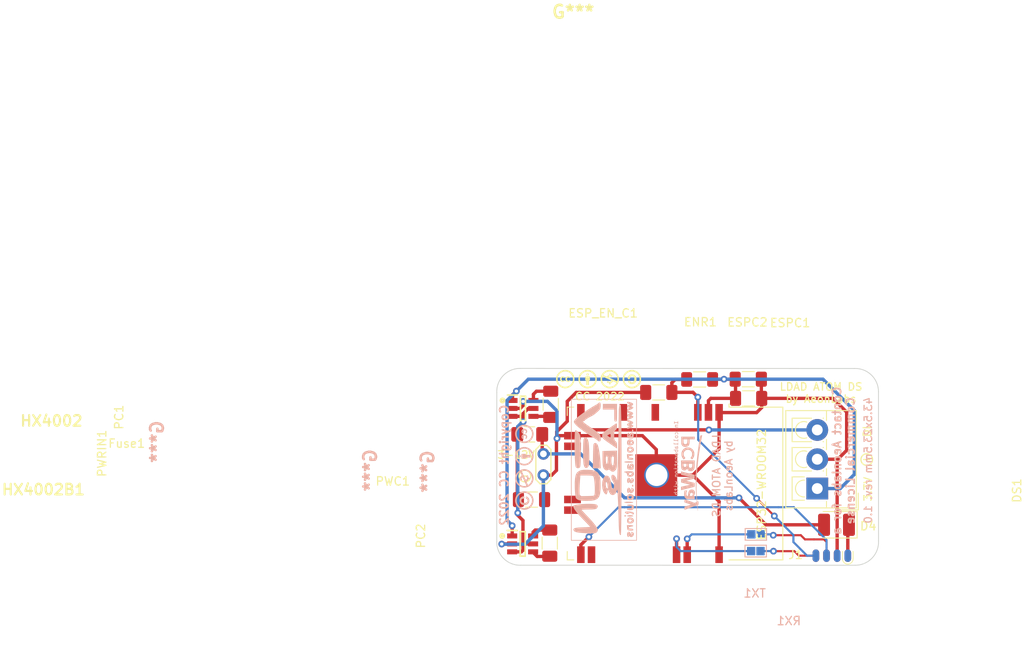
<source format=kicad_pcb>
(kicad_pcb (version 20211014) (generator pcbnew)
  (layers (0 "F.Cu" signal) (31 "B.Cu" signal) (34 "B.Paste" user) (35 "F.Paste" user) (36 "B.SilkS" user "B.Silkscreen") (37 "F.SilkS" user "F.Silkscreen") (38 "B.Mask" user) (39 "F.Mask" user) (44 "Edge.Cuts" user))
  (net 0 "")
  (net 1 "/3V3")
  (net 2 "/GND")
  (net 3 "Net-(DS1-Pad3)")
  (net 8 "/RST_EN_RTS")
  (net 25 "/IO0_BOOT_DTR")
  (net 32 "/IO03RX")
  (net 33 "/IO01TX")
  (net 36 "/5V0")
  (net 37 "/5V0F")
  (net 38 "Net-(HX4002-Pad4)")
  (net 39 "Net-(HX4002-Pad6)")
  (net 40 "Net-(HX4002B1-Pad4)")
  (net 41 "Net-(HX4002B1-Pad6)")
  (net 42 "/RX_IN")
  (net 43 "/TX_IN")
  (net 47 "Net-(J1-Pad1)")
  (footprint "Fuse:Fuse_1206_3216Metric_Pad1.42x1.75mm_HandSolder" (layer "F.Cu") (at 113.14 73.83)
    (fp_text reference "Fuse1" (at -48.1375 1.09) (layer "F.SilkS"))
    (fp_text value "Polyfuse")
    (pad "1" smd roundrect locked (at -1.4875 0) (size 1.425 1.75) (layers "F.Cu" "F.Paste" "F.Mask") (roundrect_rratio 0.175439) (net 36 "/5V0"))
    (pad "2" smd roundrect locked (at 1.4875 0) (size 1.425 1.75) (layers "F.Cu" "F.Paste" "F.Mask") (roundrect_rratio 0.175439) (net 37 "/5V0F"))
  )
  (footprint "Capacitor_SMD:C_1206_3216Metric_Pad1.33x1.80mm_HandSolder" (layer "F.Cu") (at 139.28 69.53)
    (fp_text reference "ESPC1" (at 4.96 -9.01) (layer "F.SilkS"))
    (fp_text value "0.1uF")
    (pad "1" smd roundrect locked (at -1.5625 0) (size 1.325 1.8) (layers "F.Cu" "F.Paste" "F.Mask") (roundrect_rratio 0.188679) (net 1 "/3V3"))
    (pad "2" smd roundrect locked (at 1.5625 0) (size 1.325 1.8) (layers "F.Cu" "F.Paste" "F.Mask") (roundrect_rratio 0.188679) (net 2 "/GND"))
  )
  (footprint "Capacitor_SMD:C_1206_3216Metric_Pad1.33x1.80mm_HandSolder" (layer "F.Cu") (at 115.6475 70.24 -90)
    (fp_text reference "PC1" (at 1.54 51.5575 90) (layer "F.SilkS"))
    (fp_text value "0.1pF")
    (pad "1" smd roundrect locked (at -1.5625 0 270) (size 1.325 1.8) (layers "F.Cu" "F.Paste" "F.Mask") (roundrect_rratio 0.188679) (net 39 "Net-(HX4002-Pad6)"))
    (pad "2" smd roundrect locked (at 1.5625 0 270) (size 1.325 1.8) (layers "F.Cu" "F.Paste" "F.Mask") (roundrect_rratio 0.188679) (net 38 "Net-(HX4002-Pad4)"))
  )
  (footprint "RF_Module:ESP32-WROOM-32" (layer "F.Cu") (at 127.5 79.7 -90)
    (fp_text reference "ESP32-WROOM32" (at 0.12 -13.34 -90) (layer "F.SilkS"))
    (fp_text value "ESP32-WROOM-32")
    (pad "1" smd rect locked (at -8.5 -8.255 270) (size 2 0.9) (layers "F.Cu" "F.Paste" "F.Mask") (net 2 "/GND"))
    (pad "2" smd rect locked (at -8.5 -6.985 270) (size 2 0.9) (layers "F.Cu" "F.Paste" "F.Mask") (net 1 "/3V3"))
    (pad "3" smd rect locked (at -8.5 -5.715 270) (size 2 0.9) (layers "F.Cu" "F.Paste" "F.Mask") (net 8 "/RST_EN_RTS"))
    (pad "4" smd rect locked (at -8.5 -4.445 270) (size 0 0) (layers "F.Cu" "F.Paste" "F.Mask"))
    (pad "5" smd rect locked (at -8.5 -3.175 270) (size 0 0) (layers "F.Cu" "F.Paste" "F.Mask"))
    (pad "6" smd rect locked (at -8.5 -1.905 270) (size 0 0) (layers "F.Cu" "F.Paste" "F.Mask"))
    (pad "7" smd rect locked (at -8.5 -0.635 270) (size 2 0.9) (layers "F.Cu" "F.Paste" "F.Mask"))
    (pad "8" smd rect locked (at -8.5 0.635 270) (size 0 0) (layers "F.Cu" "F.Paste" "F.Mask"))
    (pad "9" smd rect locked (at -8.5 1.905 270) (size 0 0) (layers "F.Cu" "F.Paste" "F.Mask"))
    (pad "10" smd rect locked (at -8.5 3.175 270) (size 2 0.9) (layers "F.Cu" "F.Paste" "F.Mask"))
    (pad "11" smd rect locked (at -8.5 4.445 270) (size 0 0) (layers "F.Cu" "F.Paste" "F.Mask"))
    (pad "12" smd rect locked (at -8.5 5.715 270) (size 0 0) (layers "F.Cu" "F.Paste" "F.Mask"))
    (pad "13" smd rect locked (at -8.5 6.985 270) (size 0 0) (layers "F.Cu" "F.Paste" "F.Mask"))
    (pad "14" smd rect locked (at -8.5 8.255 270) (size 2 0.9) (layers "F.Cu" "F.Paste" "F.Mask") (net 3 "Net-(DS1-Pad3)"))
    (pad "15" smd rect locked (at -5.715 9.255) (size 2 0.9) (layers "F.Cu" "F.Paste" "F.Mask") (net 2 "/GND"))
    (pad "16" smd rect locked (at -4.445 9.255) (size 2 0.9) (layers "F.Cu" "F.Paste" "F.Mask"))
    (pad "17" smd rect locked (at -3.175 9.255) (size 0 0) (layers "F.Cu" "F.Paste" "F.Mask"))
    (pad "18" smd rect locked (at -1.905 9.255) (size 0 0) (layers "F.Cu" "F.Paste" "F.Mask"))
    (pad "19" smd rect locked (at -0.635 9.255) (size 0 0) (layers "F.Cu" "F.Paste" "F.Mask"))
    (pad "20" smd rect locked (at 0.635 9.255) (size 0 0) (layers "F.Cu" "F.Paste" "F.Mask"))
    (pad "21" smd rect locked (at 1.905 9.255) (size 2 0.9) (layers "F.Cu" "F.Paste" "F.Mask"))
    (pad "22" smd rect locked (at 3.175 9.255) (size 2 0.9) (layers "F.Cu" "F.Paste" "F.Mask"))
    (pad "23" smd rect locked (at 4.445 9.255) (size 0 0) (layers "F.Cu" "F.Paste" "F.Mask"))
    (pad "24" smd rect locked (at 5.715 9.255) (size 0 0) (layers "F.Cu" "F.Paste" "F.Mask"))
    (pad "25" smd rect locked (at 8.5 8.255 270) (size 2 0.9) (layers "F.Cu" "F.Paste" "F.Mask") (net 25 "/IO0_BOOT_DTR"))
    (pad "26" smd rect locked (at 8.5 6.985 270) (size 2 0.9) (layers "F.Cu" "F.Paste" "F.Mask"))
    (pad "27" smd rect locked (at 8.5 5.715 270) (size 0 0) (layers "F.Cu" "F.Paste" "F.Mask"))
    (pad "28" smd rect locked (at 8.5 4.445 270) (size 0 0) (layers "F.Cu" "F.Paste" "F.Mask"))
    (pad "29" smd rect locked (at 8.5 3.175 270) (size 0 0) (layers "F.Cu" "F.Paste" "F.Mask"))
    (pad "30" smd rect locked (at 8.5 1.905 270) (size 0 0) (layers "F.Cu" "F.Paste" "F.Mask"))
    (pad "31" smd rect locked (at 8.5 0.635 270) (size 0 0) (layers "F.Cu" "F.Paste" "F.Mask"))
    (pad "32" smd rect locked (at 8.5 -0.635 270) (size 0 0) (layers "F.Cu" "F.Paste" "F.Mask"))
    (pad "33" smd rect locked (at 8.5 -1.905 270) (size 0 0) (layers "F.Cu" "F.Paste" "F.Mask"))
    (pad "34" smd rect locked (at 8.5 -3.175 270) (size 2 0.9) (layers "F.Cu" "F.Paste" "F.Mask") (net 32 "/IO03RX"))
    (pad "35" smd rect locked (at 8.5 -4.445 270) (size 2 0.9) (layers "F.Cu" "F.Paste" "F.Mask") (net 33 "/IO01TX"))
    (pad "36" smd rect locked (at 8.5 -5.715 270) (size 0 0) (layers "F.Cu" "F.Paste" "F.Mask"))
    (pad "37" smd rect locked (at 8.5 -6.985 270) (size 0 0) (layers "F.Cu" "F.Paste" "F.Mask"))
    (pad "38" smd rect locked (at 8.5 -8.255 270) (size 2 0.9) (layers "F.Cu" "F.Paste" "F.Mask") (net 2 "/GND"))
    (pad "39" smd rect locked (at -1 -0.755 270) (size 5 5) (layers "F.Cu" "F.Paste" "F.Mask") (net 2 "/GND"))
  )
  (footprint "Diode_SMD:D_1210_3225Metric_Pad1.42x2.65mm_HandSolder" (layer "F.Cu") (at 149.7775 84.63 180)
    (fp_text reference "D4" (at -3.79 -0.16) (layer "F.SilkS"))
    (fp_text value "SCHOTSKY")
    (pad "1" smd roundrect locked (at -1.4875 0 180) (size 1.425 2.65) (layers "F.Cu" "F.Paste" "F.Mask") (roundrect_rratio 0.175439) (net 47 "Net-(J1-Pad1)"))
    (pad "2" smd roundrect locked (at 1.4875 0 180) (size 1.425 2.65) (layers "F.Cu" "F.Paste" "F.Mask") (roundrect_rratio 0.175439) (net 37 "/5V0F"))
  )
  (footprint "Capacitor_SMD:C_1206_3216Metric_Pad1.33x1.80mm_HandSolder" (layer "F.Cu") (at 115.53 86.82 -90)
    (fp_text reference "PC2" (at -0.86 15.4 90) (layer "F.SilkS"))
    (fp_text value "0.1pF")
    (pad "1" smd roundrect locked (at -1.5625 0 270) (size 1.325 1.8) (layers "F.Cu" "F.Paste" "F.Mask") (roundrect_rratio 0.188679) (net 41 "Net-(HX4002B1-Pad6)"))
    (pad "2" smd roundrect locked (at 1.5625 0 270) (size 1.325 1.8) (layers "F.Cu" "F.Paste" "F.Mask") (roundrect_rratio 0.188679) (net 40 "Net-(HX4002B1-Pad4)"))
  )
  (footprint "AeonLabs:HX4002 SOT95 P280X125-6N" (layer "F.Cu") (at 112.2525 86.93)
    (fp_text reference "HX4002B1" (at -57.2 -6.5) (layer "F.SilkS") (effects (font (size 1.27 1.27) (thickness 0.254))))
    (fp_text value "HX4002" hide)
    (pad "1" smd rect (at -1.21 -0.97 90) (size 0.6 1.2) (layers "F.Cu" "F.Paste" "F.Mask") (net 1 "/3V3"))
    (pad "2" smd rect (at -1.21 -0.02 90) (size 0.6 1.2) (layers "F.Cu" "F.Paste" "F.Mask") (net 2 "/GND"))
    (pad "3" smd rect (at -1.21 0.93 90) (size 0.6 1.2) (layers "F.Cu" "F.Paste" "F.Mask") (net 36 "/5V0"))
    (pad "4" smd rect (at 1.29 0.93 90) (size 0.6 1.2) (layers "F.Cu" "F.Paste" "F.Mask") (net 40 "Net-(HX4002B1-Pad4)"))
    (pad "5" smd rect (at 1.29 -0.02 90) (size 0.6 1.2) (layers "F.Cu" "F.Paste" "F.Mask") (net 36 "/5V0"))
    (pad "6" smd rect (at 1.29 -0.97 90) (size 0.6 1.2) (layers "F.Cu" "F.Paste" "F.Mask") (net 41 "Net-(HX4002B1-Pad6)"))
  )
  (footprint "Capacitor_SMD:C_1206_3216Metric_Pad1.33x1.80mm_HandSolder" (layer "F.Cu") (at 139.24 67.24)
    (fp_text reference "ESPC2" (at -0.1 -6.8) (layer "F.SilkS"))
    (fp_text value "22uF")
    (pad "1" smd roundrect locked (at -1.5625 0) (size 1.325 1.8) (layers "F.Cu" "F.Paste" "F.Mask") (roundrect_rratio 0.188679) (net 1 "/3V3"))
    (pad "2" smd roundrect locked (at 1.5625 0) (size 1.325 1.8) (layers "F.Cu" "F.Paste" "F.Mask") (roundrect_rratio 0.188679) (net 2 "/GND"))
  )
  (footprint "Capacitor_SMD:C_1206_3216Metric_Pad1.33x1.80mm_HandSolder" (layer "F.Cu") (at 113.35 81.62)
    (fp_text reference "PWC1" (at -16.57 -2.19) (layer "F.SilkS"))
    (fp_text value "0.1pF")
    (pad "1" smd roundrect locked (at -1.5625 0) (size 1.325 1.8) (layers "F.Cu" "F.Paste" "F.Mask") (roundrect_rratio 0.188679) (net 36 "/5V0"))
    (pad "2" smd roundrect locked (at 1.5625 0) (size 1.325 1.8) (layers "F.Cu" "F.Paste" "F.Mask") (roundrect_rratio 0.188679) (net 2 "/GND"))
  )
  (footprint "AeonLabs:aeon creative commons logos" (layer "F.Cu") (at 121.3498 67.178532)
    (fp_text reference "G***" (at -3.02 -43.81) (layer "F.SilkS") (effects (font (size 1.524 1.524) (thickness 0.3))))
    (fp_text value "LOGO" hide)
  )
  (footprint "AeonLabs:HX4002 SOT95 P280X125-6N" (layer "F.Cu") (at 112.29 70.75)
    (fp_text reference "HX4002" (at -56.28 1.47) (layer "F.SilkS") (effects (font (size 1.27 1.27) (thickness 0.254))))
    (fp_text value "HX4002" hide)
    (pad "1" smd rect (at -1.21 -0.97 90) (size 0.6 1.2) (layers "F.Cu" "F.Paste" "F.Mask") (net 1 "/3V3"))
    (pad "2" smd rect (at -1.21 -0.02 90) (size 0.6 1.2) (layers "F.Cu" "F.Paste" "F.Mask") (net 2 "/GND"))
    (pad "3" smd rect (at -1.21 0.93 90) (size 0.6 1.2) (layers "F.Cu" "F.Paste" "F.Mask") (net 36 "/5V0"))
    (pad "4" smd rect (at 1.29 0.93 90) (size 0.6 1.2) (layers "F.Cu" "F.Paste" "F.Mask") (net 38 "Net-(HX4002-Pad4)"))
    (pad "5" smd rect (at 1.29 -0.02 90) (size 0.6 1.2) (layers "F.Cu" "F.Paste" "F.Mask") (net 36 "/5V0"))
    (pad "6" smd rect (at 1.29 -0.97 90) (size 0.6 1.2) (layers "F.Cu" "F.Paste" "F.Mask") (net 39 "Net-(HX4002-Pad6)"))
  )
  (footprint "TestPoint:TestPoint_2Pads_Pitch2.54mm_Drill0.8mm" (layer "F.Cu") (at 114.77 78.7 90)
    (fp_text reference "PWRIN1" (at 2.6 -52.7175 90) (layer "F.SilkS"))
    (fp_text value "PWRIN")
    (pad "1" thru_hole circle locked (at 0 0 90) (size 1.4 1.4) (drill 0.8) (layers *.Cu *.Mask) (net 2 "/GND"))
    (pad "2" thru_hole circle locked (at 2.54 0 90) (size 1.4 1.4) (drill 0.8) (layers *.Cu *.Mask) (net 37 "/5V0F"))
  )
  (footprint "Connector:SOIC_clipProgSmall" (layer "F.Cu") (at 149.22 89.0695)
    (fp_text reference "J1" (at -4.33 -0.8595) (layer "F.SilkS"))
    (fp_text value "Conn_01x08_Male")
    (pad "" np_thru_hole circle (at 1.27 -1.905) (size 0.7 0.7) (drill 0.7) (layers *.Cu *.Mask))
    (pad "" np_thru_hole circle (at -2.54 -1.905) (size 0.7 0.7) (drill 0.7) (layers *.Cu *.Mask))
    (pad "" np_thru_hole circle (at 2.54 -1.905) (size 0.7 0.7) (drill 0.7) (layers *.Cu *.Mask))
    (pad "" np_thru_hole circle (at -1.27 -1.905) (size 0.7 0.7) (drill 0.7) (layers *.Cu *.Mask))
    (pad "" np_thru_hole circle (at 0 -1.905) (size 0.7 0.7) (drill 0.7) (layers *.Cu *.Mask))
    (pad "1" smd oval (at 1.905 -0.75) (size 0.8 1.5) (layers "F.Cu" "F.Mask") (net 47 "Net-(J1-Pad1)"))
    (pad "2" smd oval (at 0.635 -0.75) (size 0.8 1.5) (layers "F.Cu" "F.Mask") (net 2 "/GND"))
    (pad "3" smd oval (at -0.635 -0.75) (size 0.8 1.5) (layers "F.Cu" "F.Mask") (net 42 "/RX_IN"))
    (pad "4" smd oval (at -1.905 -0.75) (size 0.8 1.5) (layers "F.Cu" "F.Mask") (net 43 "/TX_IN"))
    (pad "5" smd oval (at -1.905 -0.75) (size 0.8 1.5) (layers "B.Cu" "B.Mask") (net 8 "/RST_EN_RTS"))
    (pad "6" smd oval (at -0.635 -0.75) (size 0.8 1.5) (layers "B.Cu" "B.Mask") (net 25 "/IO0_BOOT_DTR"))
    (pad "7" smd oval (at 0.635 -0.75) (size 0.8 1.5) (layers "B.Cu" "B.Mask"))
    (pad "8" smd oval (at 1.905 -0.75) (size 0.8 1.5) (layers "B.Cu" "B.Mask"))
  )
  (footprint "Capacitor_SMD:C_1206_3216Metric_Pad1.33x1.80mm_HandSolder" (layer "F.Cu") (at 128.55 68.82)
    (fp_text reference "ESP_EN_C1" (at -6.65 -9.46) (layer "F.SilkS"))
    (fp_text value "0.1uF")
    (pad "1" smd roundrect locked (at -1.5625 0) (size 1.325 1.8) (layers "F.Cu" "F.Paste" "F.Mask") (roundrect_rratio 0.188679) (net 2 "/GND"))
    (pad "2" smd roundrect locked (at 1.5625 0) (size 1.325 1.8) (layers "F.Cu" "F.Paste" "F.Mask") (roundrect_rratio 0.188679) (net 8 "/RST_EN_RTS"))
  )
  (footprint "TerminalBlock_4Ucon:TerminalBlock_4Ucon_1x03_P3.50mm_Vertical" (layer "F.Cu") (at 147.48 80.3 90)
    (fp_text reference "DS1" (at -0.24 23.85 90) (layer "F.SilkS"))
    (fp_text value "DS1")
    (pad "1" thru_hole rect locked (at 0 0 90) (size 2.6 2.6) (drill 1.3) (layers *.Cu *.Mask) (net 1 "/3V3"))
    (pad "2" thru_hole circle locked (at 3.5 0 90) (size 2.6 2.6) (drill 1.3) (layers *.Cu *.Mask) (net 2 "/GND"))
    (pad "3" thru_hole circle locked (at 7 0 90) (size 2.6 2.6) (drill 1.3) (layers *.Cu *.Mask) (net 3 "Net-(DS1-Pad3)"))
  )
  (footprint "Resistor_SMD:R_1206_3216Metric_Pad1.30x1.75mm_HandSolder" (layer "F.Cu") (at 133.43 67.27 180)
    (fp_text reference "ENR1" (at -0.09 6.85) (layer "F.SilkS"))
    (fp_text value "10k")
    (pad "1" smd roundrect locked (at -1.55 0 180) (size 1.3 1.75) (layers "F.Cu" "F.Paste" "F.Mask") (roundrect_rratio 0.192308) (net 1 "/3V3"))
    (pad "2" smd roundrect locked (at 1.55 0 180) (size 1.3 1.75) (layers "F.Cu" "F.Paste" "F.Mask") (roundrect_rratio 0.192308) (net 8 "/RST_EN_RTS"))
  )
  (footprint "TestPoint:TestPoint_Pad_Bridge_1.0x1.0mm" (layer "B.Cu") (at 140.725 85.77 180)
    (fp_text reference "RX1" (at -3.355 -10.34) (layer "B.SilkS") (effects (justify mirror)))
    (fp_text value "RX1")
    (pad "1" smd rect (at 0 0 180) (size 1 1) (layers "B.Cu" "B.Mask") (net 42 "/RX_IN"))
    (pad "2" smd rect (at 1.12 0 180) (size 1 1) (layers "B.Cu" "B.Mask") (net 33 "/IO01TX"))
  )
  (footprint "TestPoint:TestPoint_Pad_Bridge_1.0x1.0mm" (layer "B.Cu") (at 140.7 87.77 180)
    (fp_text reference "TX1" (at 0.7 -5.04) (layer "B.SilkS") (effects (justify mirror)))
    (fp_text value "TX1")
    (pad "1" smd rect (at 0 0 180) (size 1 1) (layers "B.Cu" "B.Mask") (net 43 "/TX_IN"))
    (pad "2" smd rect (at 1.12 0 180) (size 1 1) (layers "B.Cu" "B.Mask") (net 32 "/IO03RX"))
  )
  (footprint "AeonLabs:aeon logo www" (layer "B.Cu") (at 121.957666 78.06 -90)
    (fp_text reference "G***" (at 0.22 21.017666 90) (layer "B.SilkS") (effects (font (size 1.524 1.524) (thickness 0.3)) (justify mirror)))
    (fp_text value "LOGO" hide)
  )
  (footprint "AeonLabs:pcbWay Logo Collab" (layer "B.Cu") (at 132.04 77.63 -90)
    (fp_text reference "G***" (at 0.5 37.96 90) (layer "B.SilkS") (effects (font (size 1.524 1.524) (thickness 0.3)) (justify mirror)))
    (fp_text value "LOGO" hide)
  )
  (footprint "AeonLabs:aeon creative commons logos" (layer "B.Cu") (at 112.44 77.74 -90)
    (fp_text reference "G***" (at -3.02 43.81 90) (layer "B.SilkS") (effects (font (size 1.524 1.524) (thickness 0.3)) (justify mirror)))
    (fp_text value "LOGO" hide)
  )
  (gr_circle (center 112.56 78.81) (end 113.03 78.3) (layer "F.SilkS") (width 0.15) (fill none))
  (gr_circle (center 153.39 76.836459) (end 153.86 76.326459) (layer "F.SilkS") (width 0.15) (fill none))
  (gr_arc (start 154.797928 86.578203) (mid 154.02 88.609552) (end 152.017929 89.46) (layer "Edge.Cuts") (width 0.1))
  (gr_line (start 154.797928 86.578203) (end 154.79 68.74) (layer "Edge.Cuts") (width 0.1))
  (gr_line (start 109.199552 86.677929) (end 109.202072 68.831349) (layer "Edge.Cuts") (width 0.1))
  (gr_arc (start 112.081349 89.457928) (mid 110.05 88.68) (end 109.199552 86.677929) (layer "Edge.Cuts") (width 0.1))
  (gr_line (start 111.982071 65.949552) (end 151.908203 65.960001) (layer "Edge.Cuts") (width 0.1))
  (gr_line (start 112.081349 89.457928) (end 152.017929 89.46) (layer "Edge.Cuts") (width 0.1))
  (gr_arc (start 151.908203 65.960001) (mid 153.939552 66.737929) (end 154.79 68.74) (layer "Edge.Cuts") (width 0.1))
  (gr_arc (start 109.202072 68.831349) (mid 109.98 66.8) (end 111.982071 65.949552) (layer "Edge.Cuts") (width 0.1))
  (gr_text "LDAD ATOM DS\nby AeonLabs" (at 136.17 78.77 90) (layer "B.SilkS") (effects (font (size 0.9 0.9)) (justify mirror)))
  (gr_text "Contact Aeonlabs for a\nCommercial License" (at 150.63 76.98 90) (layer "B.SilkS") (effects (font (size 1 1) (thickness 0.2)) (justify mirror)))
  (gr_text "43.5x23.5mm rev. 1.0 " (at 153.56 77.27 90) (layer "B.SilkS") (effects (font (size 0.9 0.9)) (justify mirror)))
  (gr_text "Copyright CC 2022" (at 110.09 77.51 90) (layer "B.SilkS") (effects (font (size 1 1) (thickness 0.2)) (justify mirror)))
  (gr_text "LDAD ATOM DS\nby AeonLabs" (at 147.93 68.87) (layer "F.SilkS") (effects (font (size 0.9 0.9))))
  (gr_text "CC 2022" (at 121.51 69.3) (layer "F.SilkS") (effects (font (size 0.9 0.9))))
  (gr_text "3-12V" (at 111.51 76.27) (layer "F.SilkS") (effects (font (size 0.9 0.9))))
  (gr_text "3.3V" (at 153.54 80.37 90) (layer "F.SilkS") (effects (font (size 0.9 0.9))))
  (gr_text "DI" (at 153.45 73.48 90) (layer "F.SilkS") (effects (font (size 0.9 0.9))))
  (gr_text "-" (at 153.37 76.77) (layer "F.SilkS") (effects (font (size 0.9 0.9))))
  (gr_text "-" (at 112.54 78.743541) (layer "F.SilkS") (effects (font (size 0.9 0.9))))
  (segment (start 136.45 67.24) (end 135.84 67.24) (width 0.4) (layer "F.Cu") (net 1))
  (segment (start 111.0425 85.96) (end 111.0425 84.8525) (width 0.4) (layer "F.Cu") (net 1))
  (segment (start 136.45 67.24) (end 135.01 67.24) (width 0.4) (layer "F.Cu") (net 1))
  (segment (start 134.76 69.53) (end 134.485 69.805) (width 0.4) (layer "F.Cu") (net 1))
  (segment (start 137.7175 69.53) (end 134.76 69.53) (width 0.4) (layer "F.Cu") (net 1))
  (segment (start 137.7175 67.28) (end 137.6775 67.24) (width 0.4) (layer "F.Cu") (net 1))
  (segment (start 134.485 69.805) (end 134.485 71.2) (width 0.4) (layer "F.Cu") (net 1))
  (segment (start 135.01 67.24) (end 134.98 67.27) (width 0.4) (layer "F.Cu") (net 1))
  (segment (start 111.08 69.78) (end 111.08 69.11) (width 0.4) (layer "F.Cu") (net 1))
  (segment (start 111.08 69.11) (end 111.48 68.71) (width 0.4) (layer "F.Cu") (net 1))
  (segment (start 137.7175 69.53) (end 137.7175 67.28) (width 0.4) (layer "F.Cu") (net 1))
  (segment (start 137.6775 67.24) (end 136.45 67.24) (width 0.4) (layer "F.Cu") (net 1))
  (via (at 111.04 84.74) (size 0.8) (drill 0.4) (layers "F.Cu" "B.Cu") (net 1))
  (via (at 111.545 68.665) (size 0.8) (drill 0.4) (layers "F.Cu" "B.Cu") (net 1))
  (via (at 136.34 67.24) (size 0.8) (drill 0.4) (layers "F.Cu" "B.Cu") (net 1))
  (segment (start 148.16 67.24) (end 151.91 70.99) (width 0.4) (layer "B.Cu") (net 1))
  (segment (start 151.91 70.99) (end 151.91 78.61) (width 0.4) (layer "B.Cu") (net 1))
  (segment (start 111.545 68.665) (end 112.97 67.24) (width 0.4) (layer "B.Cu") (net 1))
  (segment (start 110.43 84.08) (end 110.43 69.78) (width 0.4) (layer "B.Cu") (net 1))
  (segment (start 112.97 67.24) (end 136.34 67.24) (width 0.4) (layer "B.Cu") (net 1))
  (segment (start 150.22 80.3) (end 147.48 80.3) (width 0.4) (layer "B.Cu") (net 1))
  (segment (start 151.91 78.61) (end 150.22 80.3) (width 0.4) (layer "B.Cu") (net 1))
  (segment (start 111.04 84.74) (end 111.04 84.69) (width 0.4) (layer "B.Cu") (net 1))
  (segment (start 111.04 84.69) (end 110.43 84.08) (width 0.4) (layer "B.Cu") (net 1))
  (segment (start 136.34 67.24) (end 148.16 67.24) (width 0.4) (layer "B.Cu") (net 1))
  (segment (start 110.43 69.78) (end 111.545 68.665) (width 0.4) (layer "B.Cu") (net 1))
  (segment (start 135.755 81.845) (end 132.61 78.7) (width 0.4) (layer "F.Cu") (net 2))
  (segment (start 128.255 78.7) (end 128.255 75.645) (width 0.4) (layer "F.Cu") (net 2))
  (segment (start 126.595 73.985) (end 118.245 73.985) (width 0.4) (layer "F.Cu") (net 2))
  (segment (start 117.62 69.89) (end 118.69 68.82) (width 0.4) (layer "F.Cu") (net 2))
  (segment (start 140.8425 70.6225) (end 140.2375 71.2275) (width 0.4) (layer "F.Cu") (net 2))
  (segment (start 149.35 69.53) (end 140.8425 69.53) (width 0.4) (layer "F.Cu") (net 2))
  (segment (start 114.77 81.4775) (end 114.9125 81.62) (width 0.4) (layer "F.Cu") (net 2))
  (segment (start 150.99 71.17) (end 149.35 69.53) (width 0.4) (layer "F.Cu") (net 2))
  (segment (start 112.37 70.36) (end 112 70.73) (width 0.4) (layer "F.Cu") (net 2))
  (segment (start 116.725 73.985) (end 118.245 73.985) (width 0.4) (layer "F.Cu") (net 2))
  (segment (start 116.36 74.28) (end 116.36 73.52) (width 0.4) (layer "F.Cu") (net 2))
  (segment (start 112 70.73) (end 111.08 70.73) (width 0.4) (layer "F.Cu") (net 2))
  (segment (start 140.8425 69.53) (end 140.8425 70.6225) (width 0.4) (layer "F.Cu") (net 2))
  (segment (start 132.61 78.7) (end 135.755 75.555) (width 0.4) (layer "F.Cu") (net 2))
  (segment (start 140.2375 71.2275) (end 135.7825 71.2275) (width 0.4) (layer "F.Cu") (net 2))
  (segment (start 112.37 69.89) (end 112.37 70.36) (width 0.4) (layer "F.Cu") (net 2))
  (segment (start 149.855 88.3195) (end 149.855 76.875) (width 0.4) (layer "F.Cu") (net 2))
  (segment (start 150.99 75.74) (end 150.99 71.17) (width 0.4) (layer "F.Cu") (net 2))
  (segment (start 116.33 78.13) (end 116.33 74.38) (width 0.4) (layer "F.Cu") (net 2))
  (segment (start 135.7825 71.2275) (end 135.755 71.2) (width 0.4) (layer "F.Cu") (net 2))
  (segment (start 109.89 86.91) (end 109.86 86.94) (width 0.4) (layer "F.Cu") (net 2))
  (segment (start 149.93 76.8) (end 150.99 75.74) (width 0.4) (layer "F.Cu") (net 2))
  (segment (start 128.255 75.645) (end 126.595 73.985) (width 0.4) (layer "F.Cu") (net 2))
  (segment (start 116.33 74.38) (end 116.395 74.315) (width 0.4) (layer "F.Cu") (net 2))
  (segment (start 115.76 78.7) (end 116.33 78.13) (width 0.4) (layer "F.Cu") (net 2))
  (segment (start 140.8025 67.24) (end 140.8025 69.49) (width 0.4) (layer "F.Cu") (net 2))
  (segment (start 135.755 88.2) (end 135.755 81.845) (width 0.4) (layer "F.Cu") (net 2))
  (segment (start 114.77 78.7) (end 114.77 81.4775) (width 0.4) (layer "F.Cu") (net 2))
  (segment (start 128.255 78.7) (end 128.29 78.7) (width 0.4) (layer "F.Cu") (net 2))
  (segment (start 149.855 76.875) (end 149.93 76.8) (width 0.4) (layer "F.Cu") (net 2))
  (segment (start 116.395 74.315) (end 116.36 74.28) (width 0.4) (layer "F.Cu") (net 2))
  (segment (start 111.0425 86.91) (end 109.89 86.91) (width 0.4) (layer "F.Cu") (net 2))
  (segment (start 114.77 78.7) (end 115.76 78.7) (width 0.4) (layer "F.Cu") (net 2))
  (segment (start 128.29 78.7) (end 132.61 78.7) (width 0.4) (layer "F.Cu") (net 2))
  (segment (start 116.36 73.52) (end 117.62 72.26) (width 0.4) (layer "F.Cu") (net 2))
  (segment (start 118.69 68.82) (end 126.9875 68.82) (width 0.4) (layer "F.Cu") (net 2))
  (segment (start 116.395 74.315) (end 116.725 73.985) (width 0.4) (layer "F.Cu") (net 2))
  (segment (start 135.755 75.555) (end 135.755 71.2) (width 0.4) (layer "F.Cu") (net 2))
  (segment (start 140.8025 69.49) (end 140.8425 69.53) (width 0.4) (layer "F.Cu") (net 2))
  (segment (start 117.62 72.26) (end 117.62 69.89) (width 0.4) (layer "F.Cu") (net 2))
  (segment (start 147.48 76.8) (end 149.93 76.8) (width 0.4) (layer "F.Cu") (net 2))
  (via (at 116.395 74.315) (size 0.8) (drill 0.4) (layers "F.Cu" "B.Cu") (net 2))
  (via (at 112.35 69.89) (size 0.8) (drill 0.4) (layers "F.Cu" "B.Cu") (net 2))
  (via (at 109.79 86.93) (size 0.8) (drill 0.4) (layers "F.Cu" "B.Cu") (net 2))
  (via (at 128.29 78.7) (size 3) (drill 2.6) (layers "F.Cu" "B.Cu") (net 2))
  (segment (start 116.395 74.315) (end 116.395 71.025) (width 0.4) (layer "B.Cu") (net 2))
  (segment (start 114.77 78.7) (end 114.77 84.76) (width 0.4) (layer "B.Cu") (net 2))
  (segment (start 112.58 86.95) (end 109.98 86.95) (width 0.4) (layer "B.Cu") (net 2))
  (segment (start 116.395 71.025) (end 115.26 69.89) (width 0.4) (layer "B.Cu") (net 2))
  (segment (start 115.26 69.89) (end 112.37 69.89) (width 0.4) (layer "B.Cu") (net 2))
  (segment (start 114.77 84.76) (end 112.58 86.95) (width 0.4) (layer "B.Cu") (net 2))
  (segment (start 120.15 73.29) (end 119.245 72.385) (width 0.4) (layer "F.Cu") (net 3))
  (segment (start 119.245 72.385) (end 119.245 71.2) (width 0.4) (layer "F.Cu") (net 3))
  (segment (start 134.54 73.3) (end 134.53 73.29) (width 0.4) (layer "F.Cu") (net 3))
  (segment (start 134.53 73.29) (end 120.15 73.29) (width 0.4) (layer "F.Cu") (net 3))
  (via (at 134.54 73.3) (size 0.8) (drill 0.4) (layers "F.Cu" "B.Cu") (net 3))
  (segment (start 147.48 73.3) (end 134.54 73.3) (width 0.4) (layer "B.Cu") (net 3))
  (segment (start 130.51 67.27) (end 130.1125 67.6675) (width 0.4) (layer "F.Cu") (net 8))
  (segment (start 130.1125 67.6675) (end 130.1125 68.82) (width 0.4) (layer "F.Cu") (net 8))
  (segment (start 132.64 68.81) (end 130.1225 68.81) (width 0.4) (layer "F.Cu") (net 8))
  (segment (start 131.88 67.27) (end 130.51 67.27) (width 0.4) (layer "F.Cu") (net 8))
  (segment (start 130.1225 68.81) (end 130.1125 68.82) (width 0.4) (layer "F.Cu") (net 8))
  (segment (start 133.215 71.2) (end 133.215 69.385) (width 0.4) (layer "F.Cu") (net 8))
  (segment (start 140.24 81.47) (end 142.26 83.49) (width 0.25) (layer "F.Cu") (net 8))
  (segment (start 133.215 69.385) (end 132.64 68.81) (width 0.4) (layer "F.Cu") (net 8))
  (segment (start 142.26 83.49) (end 142.46 83.49) (width 0.25) (layer "F.Cu") (net 8))
  (via (at 133.215 69.385) (size 0.8) (drill 0.4) (layers "F.Cu" "B.Cu") (net 8))
  (via (at 140.24 81.47) (size 0.8) (drill 0.4) (layers "F.Cu" "B.Cu") (net 8))
  (via (at 142.35 83.58) (size 0.8) (drill 0.4) (layers "F.Cu" "B.Cu") (net 8))
  (segment (start 140.24 81.47) (end 133.255 74.485) (width 0.25) (layer "B.Cu") (net 8))
  (segment (start 144.63 85.86) (end 144.63 86.49) (width 0.25) (layer "B.Cu") (net 8))
  (segment (start 144.63 86.69) (end 146.2595 88.3195) (width 0.25) (layer "B.Cu") (net 8))
  (segment (start 133.255 74.485) (end 133.255 69.425) (width 0.25) (layer "B.Cu") (net 8))
  (segment (start 146.2595 88.3195) (end 147.315 88.3195) (width 0.25) (layer "B.Cu") (net 8))
  (segment (start 133.255 69.425) (end 133.215 69.385) (width 0.25) (layer "B.Cu") (net 8))
  (segment (start 142.35 83.58) (end 144.63 85.86) (width 0.25) (layer "B.Cu") (net 8))
  (segment (start 144.63 86.49) (end 144.63 86.69) (width 0.25) (layer "B.Cu") (net 8))
  (segment (start 119.245 88.2) (end 119.245 87.025) (width 0.4) (layer "F.Cu") (net 25))
  (segment (start 119.245 87.025) (end 120.2 86.07) (width 0.4) (layer "F.Cu") (net 25))
  (via (at 120.2 86.07) (size 0.8) (drill 0.4) (layers "F.Cu" "B.Cu") (net 25))
  (segment (start 142.81 82.53) (end 124.45 82.53) (width 0.25) (layer "B.Cu") (net 25))
  (segment (start 123.74 82.53) (end 124.45 82.53) (width 0.25) (layer "B.Cu") (net 25))
  (segment (start 148.585 86.435) (end 144.68 82.53) (width 0.25) (layer "B.Cu") (net 25))
  (segment (start 144.68 82.53) (end 142.84 82.53) (width 0.25) (layer "B.Cu") (net 25))
  (segment (start 120.2 86.07) (end 123.74 82.53) (width 0.25) (layer "B.Cu") (net 25))
  (segment (start 148.585 88.3195) (end 148.585 86.435) (width 0.25) (layer "B.Cu") (net 25))
  (segment (start 130.675 88.2) (end 130.675 86.295) (width 0.4) (layer "F.Cu") (net 32))
  (segment (start 130.675 86.295) (end 130.675 86.285) (width 0.4) (layer "F.Cu") (net 32))
  (via (at 130.675 86.295) (size 0.8) (drill 0.4) (layers "F.Cu" "B.Cu") (net 32))
  (segment (start 139.58 87.77) (end 131.17 87.77) (width 0.25) (layer "B.Cu") (net 32))
  (segment (start 130.675 87.275) (end 130.675 86.295) (width 0.25) (layer "B.Cu") (net 32))
  (segment (start 131.17 87.77) (end 130.675 87.275) (width 0.25) (layer "B.Cu") (net 32))
  (segment (start 131.945 88.2) (end 131.945 86.305) (width 0.4) (layer "F.Cu") (net 33))
  (via (at 131.945 86.305) (size 0.8) (drill 0.4) (layers "F.Cu" "B.Cu") (net 33))
  (segment (start 139.605 85.77) (end 132.48 85.77) (width 0.25) (layer "B.Cu") (net 33))
  (segment (start 132.48 85.77) (end 131.945 86.305) (width 0.25) (layer "B.Cu") (net 33))
  (segment (start 111.71 83.49) (end 111.71 83.21) (width 0.4) (layer "F.Cu") (net 36))
  (segment (start 111.71 81.6975) (end 111.7875 81.62) (width 0.4) (layer "F.Cu") (net 36))
  (segment (start 112.14 71.68) (end 112.36 71.9) (width 0.4) (layer "F.Cu") (net 36))
  (segment (start 111.71 83.21) (end 111.71 81.6975) (width 0.4) (layer "F.Cu") (net 36))
  (segment (start 111.08 71.68) (end 112.14 71.68) (width 0.4) (layer "F.Cu") (net 36))
  (segment (start 112.97 70.73) (end 113.58 70.73) (width 0.4) (layer "F.Cu") (net 36))
  (segment (start 112.33 87.11) (end 112.33 87.67) (width 0.4) (layer "F.Cu") (net 36))
  (segment (start 112.36 71.9) (end 112.36 72.32) (width 0.4) (layer "F.Cu") (net 36))
  (segment (start 112.53 86.91) (end 112.33 87.11) (width 0.4) (layer "F.Cu") (net 36))
  (segment (start 112.33 84.11) (end 111.71 83.49) (width 0.4) (layer "F.Cu") (net 36))
  (segment (start 112.33 87.67) (end 112.14 87.86) (width 0.4) (layer "F.Cu") (net 36))
  (segment (start 111.6525 73.83) (end 111.6525 81.485) (width 0.4) (layer "F.Cu") (net 36))
  (segment (start 112.14 87.86) (end 111.0425 87.86) (width 0.4) (layer "F.Cu") (net 36))
  (segment (start 112.36 71.9) (end 112.36 71.34) (width 0.4) (layer "F.Cu") (net 36))
  (segment (start 112.36 71.34) (end 112.97 70.73) (width 0.4) (layer "F.Cu") (net 36))
  (segment (start 111.6525 81.485) (end 111.7875 81.62) (width 0.4) (layer "F.Cu") (net 36))
  (segment (start 113.5425 86.91) (end 112.53 86.91) (width 0.4) (layer "F.Cu") (net 36))
  (segment (start 112.33 87.11) (end 112.33 84.11) (width 0.4) (layer "F.Cu") (net 36))
  (via (at 112.36 72.32) (size 0.8) (drill 0.4) (layers "F.Cu" "B.Cu") (net 36))
  (via (at 111.71 83.21) (size 0.8) (drill 0.4) (layers "F.Cu" "B.Cu") (net 36))
  (segment (start 111.71 72.89) (end 112.34 72.26) (width 0.4) (layer "B.Cu") (net 36))
  (segment (start 111.71 83.21) (end 111.71 72.89) (width 0.4) (layer "B.Cu") (net 36))
  (segment (start 148.29 84.63) (end 141.35 84.63) (width 0.4) (layer "F.Cu") (net 37))
  (segment (start 141.35 84.63) (end 138.13 81.41) (width 0.4) (layer "F.Cu") (net 37))
  (segment (start 114.6275 73.83) (end 114.6275 76.0175) (width 0.4) (layer "F.Cu") (net 37))
  (segment (start 114.6275 76.0175) (end 114.77 76.16) (width 0.4) (layer "F.Cu") (net 37))
  (via (at 138.13 81.41) (size 0.8) (drill 0.4) (layers "F.Cu" "B.Cu") (net 37))
  (segment (start 138.13 81.41) (end 124.47 81.41) (width 0.4) (layer "B.Cu") (net 37))
  (segment (start 119.22 76.16) (end 114.77 76.16) (width 0.4) (layer "B.Cu") (net 37))
  (segment (start 124.47 81.41) (end 119.22 76.16) (width 0.4) (layer "B.Cu") (net 37))
  (segment (start 115.525 71.68) (end 115.6475 71.8025) (width 0.4) (layer "F.Cu") (net 38))
  (segment (start 113.58 71.68) (end 115.525 71.68) (width 0.4) (layer "F.Cu") (net 38))
  (segment (start 113.58 69.04) (end 113.9425 68.6775) (width 0.4) (layer "F.Cu") (net 39))
  (segment (start 113.9425 68.6775) (end 115.6475 68.6775) (width 0.4) (layer "F.Cu") (net 39))
  (segment (start 113.58 69.78) (end 113.58 69.04) (width 0.4) (layer "F.Cu") (net 39))
  (segment (start 114.03 88.41) (end 115.5025 88.41) (width 0.4) (layer "F.Cu") (net 40))
  (segment (start 113.5425 87.9225) (end 114.03 88.41) (width 0.4) (layer "F.Cu") (net 40))
  (segment (start 115.5025 88.41) (end 115.53 88.3825) (width 0.4) (layer "F.Cu") (net 40))
  (segment (start 113.5425 87.86) (end 113.5425 87.9225) (width 0.4) (layer "F.Cu") (net 40))
  (segment (start 113.79125 85.26) (end 115.52875 85.26) (width 0.4) (layer "F.Cu") (net 41))
  (segment (start 113.5425 85.5075) (end 113.7925 85.2575) (width 0.4) (layer "F.Cu") (net 41))
  (segment (start 113.5425 85.96) (end 113.5425 85.5075) (width 0.4) (layer "F.Cu") (net 41))
  (segment (start 148.585 88.3195) (end 148.585 86.675) (width 0.25) (layer "F.Cu") (net 42))
  (segment (start 146.01 86.37) (end 145.515 85.875) (width 0.25) (layer "F.Cu") (net 42))
  (segment (start 148.585 86.675) (end 148.28 86.37) (width 0.25) (layer "F.Cu") (net 42))
  (segment (start 148.28 86.37) (end 147.09 86.37) (width 0.25) (layer "F.Cu") (net 42))
  (segment (start 147.09 86.37) (end 146.01 86.37) (width 0.25) (layer "F.Cu") (net 42))
  (segment (start 145.515 85.875) (end 142.225 85.875) (width 0.25) (layer "F.Cu") (net 42))
  (via (at 142.225 85.875) (size 0.8) (drill 0.4) (layers "F.Cu" "B.Cu") (net 42))
  (segment (start 140.725 85.77) (end 142.12 85.77) (width 0.25) (layer "B.Cu") (net 42))
  (segment (start 142.12 85.77) (end 142.225 85.875) (width 0.25) (layer "B.Cu") (net 42))
  (segment (start 147.315 88.3195) (end 145.2895 88.3195) (width 0.25) (layer "F.Cu") (net 43))
  (segment (start 144.75 87.78) (end 142.25 87.78) (width 0.25) (layer "F.Cu") (net 43))
  (segment (start 145.2895 88.3195) (end 144.75 87.78) (width 0.25) (layer "F.Cu") (net 43))
  (via (at 142.25 87.78) (size 0.8) (drill 0.4) (layers "F.Cu" "B.Cu") (net 43))
  (segment (start 140.7 87.77) (end 142.24 87.77) (width 0.25) (layer "B.Cu") (net 43))
  (segment (start 142.24 87.77) (end 142.25 87.78) (width 0.25) (layer "B.Cu") (net 43))
  (segment (start 151.125 85.0325) (end 151.2575 84.9) (width 0.4) (layer "F.Cu") (net 47))
  (segment (start 151.125 88.3195) (end 151.125 85.0325) (width 0.4) (layer "F.Cu") (net 47))
)
</source>
